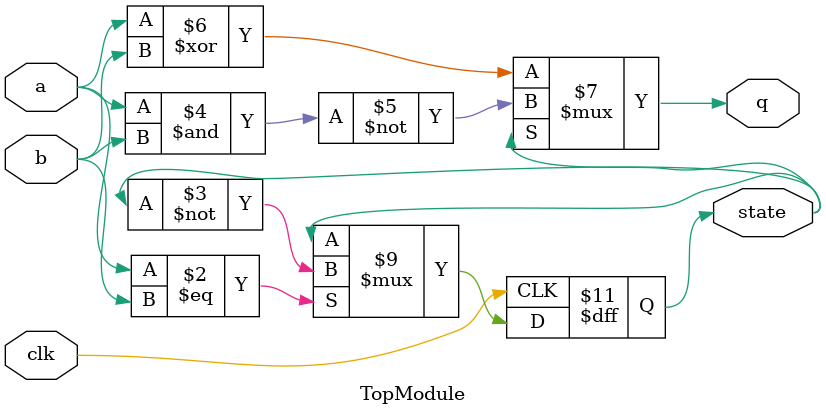
<source format=sv>

module TopModule (
  input clk,
  input a,
  input b,
  output q,
  output state
);
always @(posedge clk) begin
  if (a == b) begin
    state <= ~state;
  end else begin
    state <= state;
  end
end

assign q = state ? ~(a & b) : (a ^ b);

endmodule

</source>
